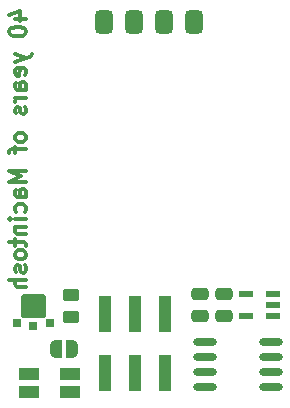
<source format=gbr>
%TF.GenerationSoftware,KiCad,Pcbnew,8.0.4*%
%TF.CreationDate,2024-10-20T23:48:37-07:00*%
%TF.ProjectId,MacSAO,4d616353-414f-42e6-9b69-6361645f7063,rev?*%
%TF.SameCoordinates,Original*%
%TF.FileFunction,Soldermask,Bot*%
%TF.FilePolarity,Negative*%
%FSLAX46Y46*%
G04 Gerber Fmt 4.6, Leading zero omitted, Abs format (unit mm)*
G04 Created by KiCad (PCBNEW 8.0.4) date 2024-10-20 23:48:37*
%MOMM*%
%LPD*%
G01*
G04 APERTURE LIST*
G04 Aperture macros list*
%AMRoundRect*
0 Rectangle with rounded corners*
0 $1 Rounding radius*
0 $2 $3 $4 $5 $6 $7 $8 $9 X,Y pos of 4 corners*
0 Add a 4 corners polygon primitive as box body*
4,1,4,$2,$3,$4,$5,$6,$7,$8,$9,$2,$3,0*
0 Add four circle primitives for the rounded corners*
1,1,$1+$1,$2,$3*
1,1,$1+$1,$4,$5*
1,1,$1+$1,$6,$7*
1,1,$1+$1,$8,$9*
0 Add four rect primitives between the rounded corners*
20,1,$1+$1,$2,$3,$4,$5,0*
20,1,$1+$1,$4,$5,$6,$7,0*
20,1,$1+$1,$6,$7,$8,$9,0*
20,1,$1+$1,$8,$9,$2,$3,0*%
%AMFreePoly0*
4,1,19,0.500000,-0.750000,0.000000,-0.750000,0.000000,-0.744911,-0.071157,-0.744911,-0.207708,-0.704816,-0.327430,-0.627875,-0.420627,-0.520320,-0.479746,-0.390866,-0.500000,-0.250000,-0.500000,0.250000,-0.479746,0.390866,-0.420627,0.520320,-0.327430,0.627875,-0.207708,0.704816,-0.071157,0.744911,0.000000,0.744911,0.000000,0.750000,0.500000,0.750000,0.500000,-0.750000,0.500000,-0.750000,
$1*%
%AMFreePoly1*
4,1,19,0.000000,0.744911,0.071157,0.744911,0.207708,0.704816,0.327430,0.627875,0.420627,0.520320,0.479746,0.390866,0.500000,0.250000,0.500000,-0.250000,0.479746,-0.390866,0.420627,-0.520320,0.327430,-0.627875,0.207708,-0.704816,0.071157,-0.744911,0.000000,-0.744911,0.000000,-0.750000,-0.500000,-0.750000,-0.500000,0.750000,0.000000,0.750000,0.000000,0.744911,0.000000,0.744911,
$1*%
G04 Aperture macros list end*
%ADD10C,0.125000*%
%ADD11C,0.300000*%
%ADD12R,1.800000X1.100000*%
%ADD13R,1.160000X0.490000*%
%ADD14R,1.180000X0.490000*%
%ADD15RoundRect,0.250000X-0.475000X0.250000X-0.475000X-0.250000X0.475000X-0.250000X0.475000X0.250000X0*%
%ADD16R,1.000000X3.150000*%
%ADD17O,2.030000X0.650000*%
%ADD18RoundRect,0.250000X-0.450000X0.262500X-0.450000X-0.262500X0.450000X-0.262500X0.450000X0.262500X0*%
%ADD19R,0.700000X0.700000*%
%ADD20FreePoly0,180.000000*%
%ADD21FreePoly1,180.000000*%
%ADD22RoundRect,0.375000X-0.375000X-0.625000X0.375000X-0.625000X0.375000X0.625000X-0.375000X0.625000X0*%
G04 APERTURE END LIST*
D10*
X158520944Y-97506677D02*
X158531354Y-97507468D01*
X158541613Y-97508772D01*
X158551707Y-97510575D01*
X158561624Y-97512864D01*
X158571351Y-97515626D01*
X158580876Y-97518848D01*
X158590184Y-97522519D01*
X158599264Y-97526624D01*
X158608103Y-97531150D01*
X158616687Y-97536086D01*
X158625003Y-97541418D01*
X158633040Y-97547133D01*
X158640784Y-97553218D01*
X158648221Y-97559661D01*
X158655340Y-97566448D01*
X158662128Y-97573567D01*
X158668570Y-97581004D01*
X158674656Y-97588748D01*
X158680371Y-97596784D01*
X158685702Y-97605101D01*
X158690638Y-97613685D01*
X158695165Y-97622523D01*
X158699270Y-97631603D01*
X158702940Y-97640911D01*
X158706163Y-97650435D01*
X158708925Y-97660162D01*
X158711214Y-97670079D01*
X158713017Y-97680173D01*
X158714320Y-97690432D01*
X158715112Y-97700841D01*
X158715378Y-97711389D01*
X158715378Y-99217691D01*
X158715112Y-99228239D01*
X158714320Y-99238649D01*
X158713017Y-99248907D01*
X158711214Y-99259001D01*
X158708925Y-99268918D01*
X158706163Y-99278645D01*
X158702940Y-99288169D01*
X158699270Y-99297477D01*
X158695165Y-99306557D01*
X158690638Y-99315395D01*
X158685702Y-99323979D01*
X158680371Y-99332296D01*
X158674656Y-99340332D01*
X158668570Y-99348076D01*
X158662128Y-99355514D01*
X158655340Y-99362632D01*
X158648221Y-99369420D01*
X158640784Y-99375862D01*
X158633040Y-99381947D01*
X158625003Y-99387662D01*
X158616687Y-99392994D01*
X158608103Y-99397930D01*
X158599264Y-99402456D01*
X158590184Y-99406561D01*
X158580876Y-99410232D01*
X158571351Y-99413454D01*
X158561624Y-99416217D01*
X158551707Y-99418505D01*
X158541613Y-99420308D01*
X158531354Y-99421612D01*
X158520944Y-99422403D01*
X158510396Y-99422670D01*
X156904134Y-99422670D01*
X156893585Y-99422403D01*
X156883175Y-99421612D01*
X156872917Y-99420308D01*
X156862822Y-99418505D01*
X156852905Y-99416217D01*
X156843178Y-99413454D01*
X156833654Y-99410232D01*
X156824345Y-99406561D01*
X156815265Y-99402456D01*
X156806427Y-99397930D01*
X156797843Y-99392994D01*
X156789526Y-99387662D01*
X156781489Y-99381947D01*
X156773745Y-99375862D01*
X156766308Y-99369420D01*
X156759189Y-99362632D01*
X156752402Y-99355514D01*
X156745959Y-99348076D01*
X156739874Y-99340332D01*
X156734159Y-99332296D01*
X156728827Y-99323979D01*
X156723891Y-99315395D01*
X156719364Y-99306557D01*
X156715259Y-99297477D01*
X156711589Y-99288169D01*
X156708366Y-99278645D01*
X156705604Y-99268918D01*
X156703315Y-99259001D01*
X156701513Y-99248907D01*
X156700209Y-99238649D01*
X156699417Y-99228239D01*
X156699151Y-99217691D01*
X156699151Y-97711389D01*
X156699417Y-97700841D01*
X156700209Y-97690432D01*
X156701513Y-97680173D01*
X156703315Y-97670079D01*
X156705604Y-97660162D01*
X156708366Y-97650435D01*
X156711589Y-97640911D01*
X156715259Y-97631603D01*
X156719364Y-97622523D01*
X156723891Y-97613685D01*
X156728827Y-97605101D01*
X156734159Y-97596784D01*
X156739874Y-97588748D01*
X156745959Y-97581004D01*
X156752402Y-97573567D01*
X156759189Y-97566448D01*
X156766308Y-97559661D01*
X156773745Y-97553218D01*
X156781489Y-97547133D01*
X156789526Y-97541418D01*
X156797843Y-97536086D01*
X156806427Y-97531150D01*
X156815265Y-97526624D01*
X156824345Y-97522519D01*
X156833654Y-97518848D01*
X156843178Y-97515626D01*
X156852905Y-97512864D01*
X156862822Y-97510575D01*
X156872917Y-97508772D01*
X156883175Y-97507468D01*
X156893585Y-97506677D01*
X156904134Y-97506410D01*
X158510396Y-97506410D01*
X158520944Y-97506677D01*
G36*
X158520944Y-97506677D02*
G01*
X158531354Y-97507468D01*
X158541613Y-97508772D01*
X158551707Y-97510575D01*
X158561624Y-97512864D01*
X158571351Y-97515626D01*
X158580876Y-97518848D01*
X158590184Y-97522519D01*
X158599264Y-97526624D01*
X158608103Y-97531150D01*
X158616687Y-97536086D01*
X158625003Y-97541418D01*
X158633040Y-97547133D01*
X158640784Y-97553218D01*
X158648221Y-97559661D01*
X158655340Y-97566448D01*
X158662128Y-97573567D01*
X158668570Y-97581004D01*
X158674656Y-97588748D01*
X158680371Y-97596784D01*
X158685702Y-97605101D01*
X158690638Y-97613685D01*
X158695165Y-97622523D01*
X158699270Y-97631603D01*
X158702940Y-97640911D01*
X158706163Y-97650435D01*
X158708925Y-97660162D01*
X158711214Y-97670079D01*
X158713017Y-97680173D01*
X158714320Y-97690432D01*
X158715112Y-97700841D01*
X158715378Y-97711389D01*
X158715378Y-99217691D01*
X158715112Y-99228239D01*
X158714320Y-99238649D01*
X158713017Y-99248907D01*
X158711214Y-99259001D01*
X158708925Y-99268918D01*
X158706163Y-99278645D01*
X158702940Y-99288169D01*
X158699270Y-99297477D01*
X158695165Y-99306557D01*
X158690638Y-99315395D01*
X158685702Y-99323979D01*
X158680371Y-99332296D01*
X158674656Y-99340332D01*
X158668570Y-99348076D01*
X158662128Y-99355514D01*
X158655340Y-99362632D01*
X158648221Y-99369420D01*
X158640784Y-99375862D01*
X158633040Y-99381947D01*
X158625003Y-99387662D01*
X158616687Y-99392994D01*
X158608103Y-99397930D01*
X158599264Y-99402456D01*
X158590184Y-99406561D01*
X158580876Y-99410232D01*
X158571351Y-99413454D01*
X158561624Y-99416217D01*
X158551707Y-99418505D01*
X158541613Y-99420308D01*
X158531354Y-99421612D01*
X158520944Y-99422403D01*
X158510396Y-99422670D01*
X156904134Y-99422670D01*
X156893585Y-99422403D01*
X156883175Y-99421612D01*
X156872917Y-99420308D01*
X156862822Y-99418505D01*
X156852905Y-99416217D01*
X156843178Y-99413454D01*
X156833654Y-99410232D01*
X156824345Y-99406561D01*
X156815265Y-99402456D01*
X156806427Y-99397930D01*
X156797843Y-99392994D01*
X156789526Y-99387662D01*
X156781489Y-99381947D01*
X156773745Y-99375862D01*
X156766308Y-99369420D01*
X156759189Y-99362632D01*
X156752402Y-99355514D01*
X156745959Y-99348076D01*
X156739874Y-99340332D01*
X156734159Y-99332296D01*
X156728827Y-99323979D01*
X156723891Y-99315395D01*
X156719364Y-99306557D01*
X156715259Y-99297477D01*
X156711589Y-99288169D01*
X156708366Y-99278645D01*
X156705604Y-99268918D01*
X156703315Y-99259001D01*
X156701513Y-99248907D01*
X156700209Y-99238649D01*
X156699417Y-99228239D01*
X156699151Y-99217691D01*
X156699151Y-97711389D01*
X156699417Y-97700841D01*
X156700209Y-97690432D01*
X156701513Y-97680173D01*
X156703315Y-97670079D01*
X156705604Y-97660162D01*
X156708366Y-97650435D01*
X156711589Y-97640911D01*
X156715259Y-97631603D01*
X156719364Y-97622523D01*
X156723891Y-97613685D01*
X156728827Y-97605101D01*
X156734159Y-97596784D01*
X156739874Y-97588748D01*
X156745959Y-97581004D01*
X156752402Y-97573567D01*
X156759189Y-97566448D01*
X156766308Y-97559661D01*
X156773745Y-97553218D01*
X156781489Y-97547133D01*
X156789526Y-97541418D01*
X156797843Y-97536086D01*
X156806427Y-97531150D01*
X156815265Y-97526624D01*
X156824345Y-97522519D01*
X156833654Y-97518848D01*
X156843178Y-97515626D01*
X156852905Y-97512864D01*
X156862822Y-97510575D01*
X156872917Y-97508772D01*
X156883175Y-97507468D01*
X156893585Y-97506677D01*
X156904134Y-97506410D01*
X158510396Y-97506410D01*
X158520944Y-97506677D01*
G37*
D11*
X156179733Y-74180701D02*
X157113066Y-74180701D01*
X155646400Y-73847368D02*
X156646400Y-73514034D01*
X156646400Y-73514034D02*
X156646400Y-74380701D01*
X155713066Y-75180701D02*
X155713066Y-75314034D01*
X155713066Y-75314034D02*
X155779733Y-75447367D01*
X155779733Y-75447367D02*
X155846400Y-75514034D01*
X155846400Y-75514034D02*
X155979733Y-75580701D01*
X155979733Y-75580701D02*
X156246400Y-75647367D01*
X156246400Y-75647367D02*
X156579733Y-75647367D01*
X156579733Y-75647367D02*
X156846400Y-75580701D01*
X156846400Y-75580701D02*
X156979733Y-75514034D01*
X156979733Y-75514034D02*
X157046400Y-75447367D01*
X157046400Y-75447367D02*
X157113066Y-75314034D01*
X157113066Y-75314034D02*
X157113066Y-75180701D01*
X157113066Y-75180701D02*
X157046400Y-75047367D01*
X157046400Y-75047367D02*
X156979733Y-74980701D01*
X156979733Y-74980701D02*
X156846400Y-74914034D01*
X156846400Y-74914034D02*
X156579733Y-74847367D01*
X156579733Y-74847367D02*
X156246400Y-74847367D01*
X156246400Y-74847367D02*
X155979733Y-74914034D01*
X155979733Y-74914034D02*
X155846400Y-74980701D01*
X155846400Y-74980701D02*
X155779733Y-75047367D01*
X155779733Y-75047367D02*
X155713066Y-75180701D01*
X156179733Y-77180701D02*
X157113066Y-77514034D01*
X156179733Y-77847367D02*
X157113066Y-77514034D01*
X157113066Y-77514034D02*
X157446400Y-77380701D01*
X157446400Y-77380701D02*
X157513066Y-77314034D01*
X157513066Y-77314034D02*
X157579733Y-77180701D01*
X157046400Y-78914034D02*
X157113066Y-78780701D01*
X157113066Y-78780701D02*
X157113066Y-78514034D01*
X157113066Y-78514034D02*
X157046400Y-78380701D01*
X157046400Y-78380701D02*
X156913066Y-78314034D01*
X156913066Y-78314034D02*
X156379733Y-78314034D01*
X156379733Y-78314034D02*
X156246400Y-78380701D01*
X156246400Y-78380701D02*
X156179733Y-78514034D01*
X156179733Y-78514034D02*
X156179733Y-78780701D01*
X156179733Y-78780701D02*
X156246400Y-78914034D01*
X156246400Y-78914034D02*
X156379733Y-78980701D01*
X156379733Y-78980701D02*
X156513066Y-78980701D01*
X156513066Y-78980701D02*
X156646400Y-78314034D01*
X157113066Y-80180701D02*
X156379733Y-80180701D01*
X156379733Y-80180701D02*
X156246400Y-80114034D01*
X156246400Y-80114034D02*
X156179733Y-79980701D01*
X156179733Y-79980701D02*
X156179733Y-79714034D01*
X156179733Y-79714034D02*
X156246400Y-79580701D01*
X157046400Y-80180701D02*
X157113066Y-80047368D01*
X157113066Y-80047368D02*
X157113066Y-79714034D01*
X157113066Y-79714034D02*
X157046400Y-79580701D01*
X157046400Y-79580701D02*
X156913066Y-79514034D01*
X156913066Y-79514034D02*
X156779733Y-79514034D01*
X156779733Y-79514034D02*
X156646400Y-79580701D01*
X156646400Y-79580701D02*
X156579733Y-79714034D01*
X156579733Y-79714034D02*
X156579733Y-80047368D01*
X156579733Y-80047368D02*
X156513066Y-80180701D01*
X157113066Y-80847368D02*
X156179733Y-80847368D01*
X156446400Y-80847368D02*
X156313066Y-80914035D01*
X156313066Y-80914035D02*
X156246400Y-80980701D01*
X156246400Y-80980701D02*
X156179733Y-81114035D01*
X156179733Y-81114035D02*
X156179733Y-81247368D01*
X157046400Y-81647368D02*
X157113066Y-81780702D01*
X157113066Y-81780702D02*
X157113066Y-82047368D01*
X157113066Y-82047368D02*
X157046400Y-82180702D01*
X157046400Y-82180702D02*
X156913066Y-82247368D01*
X156913066Y-82247368D02*
X156846400Y-82247368D01*
X156846400Y-82247368D02*
X156713066Y-82180702D01*
X156713066Y-82180702D02*
X156646400Y-82047368D01*
X156646400Y-82047368D02*
X156646400Y-81847368D01*
X156646400Y-81847368D02*
X156579733Y-81714035D01*
X156579733Y-81714035D02*
X156446400Y-81647368D01*
X156446400Y-81647368D02*
X156379733Y-81647368D01*
X156379733Y-81647368D02*
X156246400Y-81714035D01*
X156246400Y-81714035D02*
X156179733Y-81847368D01*
X156179733Y-81847368D02*
X156179733Y-82047368D01*
X156179733Y-82047368D02*
X156246400Y-82180702D01*
X157113066Y-84114035D02*
X157046400Y-83980702D01*
X157046400Y-83980702D02*
X156979733Y-83914035D01*
X156979733Y-83914035D02*
X156846400Y-83847368D01*
X156846400Y-83847368D02*
X156446400Y-83847368D01*
X156446400Y-83847368D02*
X156313066Y-83914035D01*
X156313066Y-83914035D02*
X156246400Y-83980702D01*
X156246400Y-83980702D02*
X156179733Y-84114035D01*
X156179733Y-84114035D02*
X156179733Y-84314035D01*
X156179733Y-84314035D02*
X156246400Y-84447368D01*
X156246400Y-84447368D02*
X156313066Y-84514035D01*
X156313066Y-84514035D02*
X156446400Y-84580702D01*
X156446400Y-84580702D02*
X156846400Y-84580702D01*
X156846400Y-84580702D02*
X156979733Y-84514035D01*
X156979733Y-84514035D02*
X157046400Y-84447368D01*
X157046400Y-84447368D02*
X157113066Y-84314035D01*
X157113066Y-84314035D02*
X157113066Y-84114035D01*
X156179733Y-84980702D02*
X156179733Y-85514035D01*
X157113066Y-85180702D02*
X155913066Y-85180702D01*
X155913066Y-85180702D02*
X155779733Y-85247369D01*
X155779733Y-85247369D02*
X155713066Y-85380702D01*
X155713066Y-85380702D02*
X155713066Y-85514035D01*
X157113066Y-87047369D02*
X155713066Y-87047369D01*
X155713066Y-87047369D02*
X156713066Y-87514036D01*
X156713066Y-87514036D02*
X155713066Y-87980702D01*
X155713066Y-87980702D02*
X157113066Y-87980702D01*
X157113066Y-89247369D02*
X156379733Y-89247369D01*
X156379733Y-89247369D02*
X156246400Y-89180702D01*
X156246400Y-89180702D02*
X156179733Y-89047369D01*
X156179733Y-89047369D02*
X156179733Y-88780702D01*
X156179733Y-88780702D02*
X156246400Y-88647369D01*
X157046400Y-89247369D02*
X157113066Y-89114036D01*
X157113066Y-89114036D02*
X157113066Y-88780702D01*
X157113066Y-88780702D02*
X157046400Y-88647369D01*
X157046400Y-88647369D02*
X156913066Y-88580702D01*
X156913066Y-88580702D02*
X156779733Y-88580702D01*
X156779733Y-88580702D02*
X156646400Y-88647369D01*
X156646400Y-88647369D02*
X156579733Y-88780702D01*
X156579733Y-88780702D02*
X156579733Y-89114036D01*
X156579733Y-89114036D02*
X156513066Y-89247369D01*
X157046400Y-90514036D02*
X157113066Y-90380703D01*
X157113066Y-90380703D02*
X157113066Y-90114036D01*
X157113066Y-90114036D02*
X157046400Y-89980703D01*
X157046400Y-89980703D02*
X156979733Y-89914036D01*
X156979733Y-89914036D02*
X156846400Y-89847369D01*
X156846400Y-89847369D02*
X156446400Y-89847369D01*
X156446400Y-89847369D02*
X156313066Y-89914036D01*
X156313066Y-89914036D02*
X156246400Y-89980703D01*
X156246400Y-89980703D02*
X156179733Y-90114036D01*
X156179733Y-90114036D02*
X156179733Y-90380703D01*
X156179733Y-90380703D02*
X156246400Y-90514036D01*
X157113066Y-91114036D02*
X156179733Y-91114036D01*
X155713066Y-91114036D02*
X155779733Y-91047369D01*
X155779733Y-91047369D02*
X155846400Y-91114036D01*
X155846400Y-91114036D02*
X155779733Y-91180703D01*
X155779733Y-91180703D02*
X155713066Y-91114036D01*
X155713066Y-91114036D02*
X155846400Y-91114036D01*
X156179733Y-91780703D02*
X157113066Y-91780703D01*
X156313066Y-91780703D02*
X156246400Y-91847370D01*
X156246400Y-91847370D02*
X156179733Y-91980703D01*
X156179733Y-91980703D02*
X156179733Y-92180703D01*
X156179733Y-92180703D02*
X156246400Y-92314036D01*
X156246400Y-92314036D02*
X156379733Y-92380703D01*
X156379733Y-92380703D02*
X157113066Y-92380703D01*
X156179733Y-92847370D02*
X156179733Y-93380703D01*
X155713066Y-93047370D02*
X156913066Y-93047370D01*
X156913066Y-93047370D02*
X157046400Y-93114037D01*
X157046400Y-93114037D02*
X157113066Y-93247370D01*
X157113066Y-93247370D02*
X157113066Y-93380703D01*
X157113066Y-94047370D02*
X157046400Y-93914037D01*
X157046400Y-93914037D02*
X156979733Y-93847370D01*
X156979733Y-93847370D02*
X156846400Y-93780703D01*
X156846400Y-93780703D02*
X156446400Y-93780703D01*
X156446400Y-93780703D02*
X156313066Y-93847370D01*
X156313066Y-93847370D02*
X156246400Y-93914037D01*
X156246400Y-93914037D02*
X156179733Y-94047370D01*
X156179733Y-94047370D02*
X156179733Y-94247370D01*
X156179733Y-94247370D02*
X156246400Y-94380703D01*
X156246400Y-94380703D02*
X156313066Y-94447370D01*
X156313066Y-94447370D02*
X156446400Y-94514037D01*
X156446400Y-94514037D02*
X156846400Y-94514037D01*
X156846400Y-94514037D02*
X156979733Y-94447370D01*
X156979733Y-94447370D02*
X157046400Y-94380703D01*
X157046400Y-94380703D02*
X157113066Y-94247370D01*
X157113066Y-94247370D02*
X157113066Y-94047370D01*
X157046400Y-95047370D02*
X157113066Y-95180704D01*
X157113066Y-95180704D02*
X157113066Y-95447370D01*
X157113066Y-95447370D02*
X157046400Y-95580704D01*
X157046400Y-95580704D02*
X156913066Y-95647370D01*
X156913066Y-95647370D02*
X156846400Y-95647370D01*
X156846400Y-95647370D02*
X156713066Y-95580704D01*
X156713066Y-95580704D02*
X156646400Y-95447370D01*
X156646400Y-95447370D02*
X156646400Y-95247370D01*
X156646400Y-95247370D02*
X156579733Y-95114037D01*
X156579733Y-95114037D02*
X156446400Y-95047370D01*
X156446400Y-95047370D02*
X156379733Y-95047370D01*
X156379733Y-95047370D02*
X156246400Y-95114037D01*
X156246400Y-95114037D02*
X156179733Y-95247370D01*
X156179733Y-95247370D02*
X156179733Y-95447370D01*
X156179733Y-95447370D02*
X156246400Y-95580704D01*
X157113066Y-96247370D02*
X155713066Y-96247370D01*
X157113066Y-96847370D02*
X156379733Y-96847370D01*
X156379733Y-96847370D02*
X156246400Y-96780703D01*
X156246400Y-96780703D02*
X156179733Y-96647370D01*
X156179733Y-96647370D02*
X156179733Y-96447370D01*
X156179733Y-96447370D02*
X156246400Y-96314037D01*
X156246400Y-96314037D02*
X156313066Y-96247370D01*
D12*
%TO.C,SW1*%
X160800000Y-104245000D03*
X157400000Y-104245000D03*
X160800000Y-105745000D03*
X157400000Y-105745000D03*
%TD*%
D13*
%TO.C,U3*%
X178000000Y-97450000D03*
X178000000Y-98400000D03*
X178000000Y-99350000D03*
D14*
X175700000Y-99350000D03*
X175700000Y-97450000D03*
%TD*%
D15*
%TO.C,C1*%
X173870000Y-97470000D03*
X173870000Y-99370000D03*
%TD*%
D16*
%TO.C,J1*%
X163800000Y-99125000D03*
X163800000Y-104175000D03*
X166340000Y-99125000D03*
X166340000Y-104175000D03*
X168880000Y-99125000D03*
X168880000Y-104175000D03*
%TD*%
D17*
%TO.C,U2*%
X177850000Y-101490000D03*
X177850000Y-102760000D03*
X177850000Y-104040000D03*
X177850000Y-105310000D03*
X172250000Y-105310000D03*
X172250000Y-104040000D03*
X172250000Y-102760000D03*
X172250000Y-101490000D03*
%TD*%
D18*
%TO.C,R1*%
X160950000Y-97587500D03*
X160950000Y-99412500D03*
%TD*%
D19*
%TO.C,U1*%
X156314440Y-99910000D03*
X159114440Y-99910000D03*
X157714440Y-100150000D03*
%TD*%
D15*
%TO.C,C2*%
X171870000Y-97470000D03*
X171870000Y-99370000D03*
%TD*%
D20*
%TO.C,JP1*%
X160970000Y-102090000D03*
D21*
X159670000Y-102090000D03*
%TD*%
D22*
%TO.C,J2*%
X171307000Y-74477000D03*
X168767000Y-74477000D03*
X166227000Y-74477000D03*
X163747000Y-74477000D03*
%TD*%
M02*

</source>
